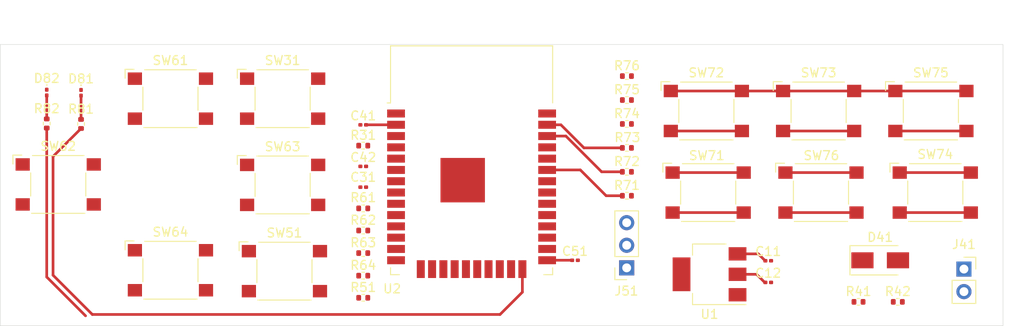
<source format=kicad_pcb>
(kicad_pcb (version 20211014) (generator pcbnew)
  (layers (0 "F.Cu" signal) (31 "B.Cu" signal) (34 "B.Paste" user) (35 "F.Paste" user) (36 "B.SilkS" user "B.Silkscreen") (37 "F.SilkS" user "F.Silkscreen") (38 "B.Mask" user) (39 "F.Mask" user) (44 "Edge.Cuts" user))
  (net 0 "")
  (net 1 "LED2")
  (net 2 "Net-(D82-Pad2)")
  (net 3 "LED1")
  (net 4 "Net-(D81-Pad2)")
  (net 5 "LT")
  (net 6 "GND")
  (net 7 "L2")
  (net 8 "L1")
  (net 9 "RT")
  (net 10 "R2")
  (net 11 "R1")
  (net 12 "3.3V")
  (net 13 "EN")
  (net 14 "BOOT")
  (net 15 "F")
  (net 16 "B")
  (net 17 "L")
  (net 18 "R")
  (net 23 "B+")
  (net 25 "L3")
  (net 39 "RX")
  (net 40 "TX")
  (net 41 "VIN")
  (net 42 "BMS")
  (footprint "Resistor_SMD:R_0402_1005Metric" (layer "F.Cu") (at 146.7104 68.7324)
    (fp_text reference "R74" (at 0 -1.17) (layer "F.SilkS"))
    (fp_text value "1K")
    (fp_line (start -0.153641 -0.38) (end 0.153641 -0.38) (layer "F.SilkS") (width 0.12))
    (fp_line (start -0.153641 0.38) (end 0.153641 0.38) (layer "F.SilkS") (width 0.12))
    (pad "1" smd roundrect (at -0.51 0) (size 0.54 0.64) (layers "F.Cu" "F.Paste" "F.Mask") (net 8 "L1"))
    (pad "2" smd roundrect (at 0.51 0) (size 0.54 0.64) (layers "F.Cu" "F.Paste" "F.Mask") (net 6 "GND"))
  )
  (footprint "Button_Switch_SMD:SW_SPST_Omron_B3FS-100xP" (layer "F.Cu") (at 108.1786 85.2932)
    (fp_text reference "SW51" (at 0 -4.3) (layer "F.SilkS"))
    (fp_text value "SW_Push")
    (fp_line (start 2.9 -3.25) (end -2.9 -3.25) (layer "F.SilkS") (width 0.12))
    (fp_line (start 3.1 -1.3) (end 3.1 1.3) (layer "F.SilkS") (width 0.12))
    (fp_line (start 3 3.25) (end -3 3.25) (layer "F.SilkS") (width 0.12))
    (fp_line (start -5.1 -2.3) (end -5.1 -3.3) (layer "F.SilkS") (width 0.12))
    (fp_line (start -3.1 -1.3) (end -3.1 1.3) (layer "F.SilkS") (width 0.12))
    (fp_line (start -5.1 -3.3) (end -4.1 -3.3) (layer "F.SilkS") (width 0.12))
    (pad "1" smd rect (at 4 -2.25 180) (size 1.6 1.4) (layers "F.Cu" "F.Paste" "F.Mask") (net 6 "GND"))
    (pad "1" smd rect (at -4 -2.25 180) (size 1.6 1.4) (layers "F.Cu" "F.Paste" "F.Mask") (net 6 "GND"))
    (pad "2" smd rect (at -4 2.25 180) (size 1.6 1.4) (layers "F.Cu" "F.Paste" "F.Mask") (net 14 "BOOT"))
    (pad "2" smd rect (at 4 2.25 180) (size 1.6 1.4) (layers "F.Cu" "F.Paste" "F.Mask") (net 14 "BOOT"))
  )
  (footprint "Resistor_SMD:R_0402_1005Metric" (layer "F.Cu") (at 117.0432 78.232 180)
    (fp_text reference "R61" (at 0 1.2192) (layer "F.SilkS"))
    (fp_text value "1K")
    (fp_line (start -0.153641 0.38) (end 0.153641 0.38) (layer "F.SilkS") (width 0.12))
    (fp_line (start -0.153641 -0.38) (end 0.153641 -0.38) (layer "F.SilkS") (width 0.12))
    (pad "1" smd roundrect (at -0.51 0 180) (size 0.54 0.64) (layers "F.Cu" "F.Paste" "F.Mask") (net 15 "F"))
    (pad "2" smd roundrect (at 0.51 0 180) (size 0.54 0.64) (layers "F.Cu" "F.Paste" "F.Mask") (net 6 "GND"))
  )
  (footprint "Button_Switch_SMD:SW_SPST_Omron_B3FS-100xP" (layer "F.Cu") (at 155.6512 67.274)
    (fp_text reference "SW72" (at 0 -4.3) (layer "F.SilkS"))
    (fp_text value "SW_Push")
    (fp_line (start 2.9 -3.25) (end -2.9 -3.25) (layer "F.SilkS") (width 0.12))
    (fp_line (start -5.1 -2.3) (end -5.1 -3.3) (layer "F.SilkS") (width 0.12))
    (fp_line (start 3 3.25) (end -3 3.25) (layer "F.SilkS") (width 0.12))
    (fp_line (start -5.1 -3.3) (end -4.1 -3.3) (layer "F.SilkS") (width 0.12))
    (fp_line (start 3.1 -1.3) (end 3.1 1.3) (layer "F.SilkS") (width 0.12))
    (fp_line (start -3.1 -1.3) (end -3.1 1.3) (layer "F.SilkS") (width 0.12))
    (pad "1" smd rect (at 4 -2.25 180) (size 1.6 1.4) (layers "F.Cu" "F.Paste" "F.Mask") (net 12 "3.3V"))
    (pad "1" smd rect (at -4 -2.25 180) (size 1.6 1.4) (layers "F.Cu" "F.Paste" "F.Mask") (net 12 "3.3V"))
    (pad "2" smd rect (at 4 2.25 180) (size 1.6 1.4) (layers "F.Cu" "F.Paste" "F.Mask") (net 10 "R2"))
    (pad "2" smd rect (at -4 2.25 180) (size 1.6 1.4) (layers "F.Cu" "F.Paste" "F.Mask") (net 10 "R2"))
  )
  (footprint "LED_SMD:LED_0201_0603Metric" (layer "F.Cu") (at 81.4324 65.2007 -90)
    (fp_text reference "D82" (at -1.5991 0) (layer "F.SilkS"))
    (fp_text value "LED")
    (fp_circle (center -0.86 0) (end -0.81 0) (layer "F.SilkS") (width 0.1) (fill none))
    (pad "1" smd roundrect (at -0.32 0 270) (size 0.46 0.4) (layers "F.Cu" "F.Mask") (net 6 "GND"))
    (pad "2" smd roundrect (at 0.32 0 270) (size 0.46 0.4) (layers "F.Cu" "F.Mask") (net 2 "Net-(D82-Pad2)"))
  )
  (footprint "Capacitor_SMD:C_0201_0603Metric" (layer "F.Cu") (at 117.0432 75.8444)
    (fp_text reference "C31" (at 0 -1.1176) (layer "F.SilkS"))
    (fp_text value "1uF")
    (pad "1" smd roundrect (at -0.32 0) (size 0.46 0.4) (layers "F.Cu" "F.Mask") (net 6 "GND"))
    (pad "2" smd roundrect (at 0.32 0) (size 0.46 0.4) (layers "F.Cu" "F.Mask") (net 13 "EN"))
  )
  (footprint "Capacitor_SMD:C_0201_0603Metric" (layer "F.Cu") (at 162.6108 84.1248)
    (fp_text reference "C11" (at 0 -1.05) (layer "F.SilkS"))
    (fp_text value "10uF")
    (pad "1" smd roundrect (at -0.32 0) (size 0.46 0.4) (layers "F.Cu" "F.Mask") (net 41 "VIN"))
    (pad "2" smd roundrect (at 0.32 0) (size 0.46 0.4) (layers "F.Cu" "F.Mask") (net 6 "GND"))
  )
  (footprint "Capacitor_SMD:C_0201_0603Metric" (layer "F.Cu") (at 140.8684 84.074 180)
    (fp_text reference "C51" (at 0 1.016) (layer "F.SilkS"))
    (fp_text value "1uF")
    (pad "1" smd roundrect (at -0.32 0 180) (size 0.46 0.4) (layers "F.Cu" "F.Mask") (net 6 "GND"))
    (pad "2" smd roundrect (at 0.32 0 180) (size 0.46 0.4) (layers "F.Cu" "F.Mask") (net 14 "BOOT"))
  )
  (footprint "Button_Switch_SMD:SW_SPST_Omron_B3FS-100xP" (layer "F.Cu") (at 181.4068 76.454)
    (fp_text reference "SW74" (at 0 -4.3) (layer "F.SilkS"))
    (fp_text value "SW_Push")
    (fp_line (start -3.1 -1.3) (end -3.1 1.3) (layer "F.SilkS") (width 0.12))
    (fp_line (start -5.1 -3.3) (end -4.1 -3.3) (layer "F.SilkS") (width 0.12))
    (fp_line (start 3.1 -1.3) (end 3.1 1.3) (layer "F.SilkS") (width 0.12))
    (fp_line (start -5.1 -2.3) (end -5.1 -3.3) (layer "F.SilkS") (width 0.12))
    (fp_line (start 2.9 -3.25) (end -2.9 -3.25) (layer "F.SilkS") (width 0.12))
    (fp_line (start 3 3.25) (end -3 3.25) (layer "F.SilkS") (width 0.12))
    (pad "1" smd rect (at -4 -2.25 180) (size 1.6 1.4) (layers "F.Cu" "F.Paste" "F.Mask") (net 12 "3.3V"))
    (pad "1" smd rect (at 4 -2.25 180) (size 1.6 1.4) (layers "F.Cu" "F.Paste" "F.Mask") (net 12 "3.3V"))
    (pad "2" smd rect (at -4 2.25 180) (size 1.6 1.4) (layers "F.Cu" "F.Paste" "F.Mask") (net 8 "L1"))
    (pad "2" smd rect (at 4 2.25 180) (size 1.6 1.4) (layers "F.Cu" "F.Paste" "F.Mask") (net 8 "L1"))
  )
  (footprint "Capacitor_SMD:C_0201_0603Metric" (layer "F.Cu") (at 162.6108 86.5632)
    (fp_text reference "C12" (at 0 -1.05) (layer "F.SilkS"))
    (fp_text value "10uF")
    (pad "1" smd roundrect (at -0.32 0) (size 0.46 0.4) (layers "F.Cu" "F.Mask") (net 12 "3.3V"))
    (pad "2" smd roundrect (at 0.32 0) (size 0.46 0.4) (layers "F.Cu" "F.Mask") (net 6 "GND"))
  )
  (footprint "Button_Switch_SMD:SW_SPST_Omron_B3FS-100xP" (layer "F.Cu") (at 95.3516 65.8876)
    (fp_text reference "SW61" (at 0 -4.3) (layer "F.SilkS"))
    (fp_text value "SW_Push")
    (fp_line (start -3.1 -1.3) (end -3.1 1.3) (layer "F.SilkS") (width 0.12))
    (fp_line (start 3 3.25) (end -3 3.25) (layer "F.SilkS") (width 0.12))
    (fp_line (start 2.9 -3.25) (end -2.9 -3.25) (layer "F.SilkS") (width 0.12))
    (fp_line (start 3.1 -1.3) (end 3.1 1.3) (layer "F.SilkS") (width 0.12))
    (fp_line (start -5.1 -2.3) (end -5.1 -3.3) (layer "F.SilkS") (width 0.12))
    (fp_line (start -5.1 -3.3) (end -4.1 -3.3) (layer "F.SilkS") (width 0.12))
    (pad "1" smd rect (at -4 -2.25 180) (size 1.6 1.4) (layers "F.Cu" "F.Paste" "F.Mask") (net 12 "3.3V"))
    (pad "1" smd rect (at 4 -2.25 180) (size 1.6 1.4) (layers "F.Cu" "F.Paste" "F.Mask") (net 12 "3.3V"))
    (pad "2" smd rect (at 4 2.25 180) (size 1.6 1.4) (layers "F.Cu" "F.Paste" "F.Mask") (net 15 "F"))
    (pad "2" smd rect (at -4 2.25 180) (size 1.6 1.4) (layers "F.Cu" "F.Paste" "F.Mask") (net 15 "F"))
  )
  (footprint "RF_Module:ESP32-WROOM-32" (layer "F.Cu") (at 129.2352 75.8112)
    (fp_text reference "U2" (at -8.9408 11.4632 180) (layer "F.SilkS"))
    (fp_text value "ESP32-WROOM-32")
    (fp_line (start -9.12 -15.865) (end 9.12 -15.865) (layer "F.SilkS") (width 0.12))
    (fp_line (start 9.12 9.1) (end 9.12 9.88) (layer "F.SilkS") (width 0.12))
    (fp_line (start -9.12 -9.445) (end -9.5 -9.445) (layer "F.SilkS") (width 0.12))
    (fp_line (start -9.12 9.1) (end -9.12 9.88) (layer "F.SilkS") (width 0.12))
    (fp_line (start -9.12 -15.865) (end -9.12 -9.445) (layer "F.SilkS") (width 0.12))
    (fp_line (start 9.12 9.88) (end 8.12 9.88) (layer "F.SilkS") (width 0.12))
    (fp_line (start -9.12 9.88) (end -8.12 9.88) (layer "F.SilkS") (width 0.12))
    (fp_line (start 9.12 -15.865) (end 9.12 -9.445) (layer "F.SilkS") (width 0.12))
    (pad "1" smd rect (at -8.5 -8.255) (size 2 0.9) (layers "F.Cu" "F.Paste" "F.Mask") (net 6 "GND"))
    (pad "2" smd rect (at -8.5 -6.985) (size 2 0.9) (layers "F.Cu" "F.Paste" "F.Mask") (net 12 "3.3V"))
    (pad "3" smd rect (at -8.5 -5.715) (size 2 0.9) (layers "F.Cu" "F.Paste" "F.Mask") (net 13 "EN"))
    (pad "4" smd rect (at -8.5 -4.445) (size 2 0.9) (layers "F.Cu" "F.Paste" "F.Mask"))
    (pad "5" smd rect (at -8.5 -3.175) (size 2 0.9) (layers "F.Cu" "F.Paste" "F.Mask"))
    (pad "6" smd rect (at -8.5 -1.905) (size 2 0.9) (layers "F.Cu" "F.Paste" "F.Mask"))
    (pad "7" smd rect (at -8.5 -0.635) (size 2 0.9) (layers "F.Cu" "F.Paste" "F.Mask"))
    (pad "8" smd rect (at -8.5 0.635) (size 2 0.9) (layers "F.Cu" "F.Paste" "F.Mask") (net 23 "B+"))
    (pad "9" smd rect (at -8.5 1.905) (size 2 0.9) (layers "F.Cu" "F.Paste" "F.Mask"))
    (pad "10" smd rect (at -8.5 3.175) (size 2 0.9) (layers "F.Cu" "F.Paste" "F.Mask") (net 8 "L1"))
    (pad "11" smd rect (at -8.5 4.445) (size 2 0.9) (layers "F.Cu" "F.Paste" "F.Mask") (net 7 "L2"))
    (pad "12" smd rect (at -8.5 5.715) (size 2 0.9) (layers "F.Cu" "F.Paste" "F.Mask") (net 25 "L3"))
    (pad "13" smd rect (at -8.5 6.985) (size 2 0.9) (layers "F.Cu" "F.Paste" "F.Mask"))
    (pad "14" smd rect (at -8.5 8.255) (size 2 0.9) (layers "F.Cu" "F.Paste" "F.Mask"))
    (pad "15" smd rect (at -5.715 9.255 90) (size 2 0.9) (layers "F.Cu" "F.Paste" "F.Mask") (net 6 "GND"))
    (pad "16" smd rect (at -4.445 9.255 90) (size 2 0.9) (layers "F.Cu" "F.Paste" "F.Mask"))
    (pad "17" smd rect (at -3.175 9.255 90) (size 2 0.9) (layers "F.Cu" "F.Paste" "F.Mask"))
    (pad "18" smd rect (at -1.905 9.255 90) (size 2 0.9) (layers "F.Cu" "F.Paste" "F.Mask"))
    (pad "19" smd rect (at -0.635 9.255 90) (size 2 0.9) (layers "F.Cu" "F.Paste" "F.Mask"))
    (pad "20" smd rect (at 0.635 9.255 90) (size 2 0.9) (layers "F.Cu" "F.Paste" "F.Mask"))
    (pad "21" smd rect (at 1.905 9.255 90) (size 2 0.9) (layers "F.Cu" "F.Paste" "F.Mask"))
    (pad "22" smd rect (at 3.175 9.255 90) (size 2 0.9) (layers "F.Cu" "F.Paste" "F.Mask"))
    (pad "23" smd rect (at 4.445 9.255 90) (size 2 0.9) (layers "F.Cu" "F.Paste" "F.Mask"))
    (pad "24" smd rect (at 5.715 9.255 90) (size 2 0.9) (layers "F.Cu" "F.Paste" "F.Mask") (net 3 "LED1"))
    (pad "25" smd rect (at 8.5 8.255) (size 2 0.9) (layers "F.Cu" "F.Paste" "F.Mask") (net 14 "BOOT"))
    (pad "26" smd rect (at 8.5 6.985) (size 2 0.9) (layers "F.Cu" "F.Paste" "F.Mask"))
    (pad "27" smd rect (at 8.5 5.715) (size 2 0.9) (layers "F.Cu" "F.Paste" "F.Mask") (net 15 "F"))
    (pad "28" smd rect (at 8.5 4.445) (size 2 0.9) (layers "F.Cu" "F.Paste" "F.Mask") (net 16 "B"))
    (pad "29" smd rect (at 8.5 3.175) (size 2 0.9) (layers "F.Cu" "F.Paste" "F.Mask"))
    (pad "30" smd rect (at 8.5 1.905) (size 2 0.9) (layers "F.Cu" "F.Paste" "F.Mask") (net 17 "L"))
    (pad "31" smd rect (at 8.5 0.635) (size 2 0.9) (layers "F.Cu" "F.Paste" "F.Mask") (net 18 "R"))
    (pad "32" smd rect (at 8.5 -0.635) (size 2 0.9) (layers "F.Cu" "F.Paste" "F.Mask"))
    (pad "33" smd rect (at 8.5 -1.905) (size 2 0.9) (layers "F.Cu" "F.Paste" "F.Mask") (net 11 "R1"))
    (pad "34" smd rect (at 8.5 -3.175) (size 2 0.9) (layers "F.Cu" "F.Paste" "F.Mask") (net 39 "RX"))
    (pad "35" smd rect (at 8.5 -4.445) (size 2 0.9) (layers "F.Cu" "F.Paste" "F.Mask") (net 40 "TX"))
    (pad "36" smd rect (at 8.5 -5.715) (size 2 0.9) (layers "F.Cu" "F.Paste" "F.Mask") (net 10 "R2"))
    (pad "37" smd rect (at 8.5 -6.985) (size 2 0.9) (layers "F.Cu" "F.Paste" "F.Mask") (net 9 "RT"))
    (pad "38" smd rect (at 8.5 -8.255) (size 2 0.9) (layers "F.Cu" "F.Paste" "F.Mask") (net 6 "GND"))
    (pad "39" smd rect (at -1 -0.755) (size 5 5) (layers "F.Cu" "F.Paste" "F.Mask") (net 6 "GND"))
  )
  (footprint "Resistor_SMD:R_0402_1005Metric" (layer "F.Cu") (at 146.7104 71.4248)
    (fp_text reference "R73" (at 0.0508 -1.1684 180) (layer "F.SilkS"))
    (fp_text value "1K")
    (fp_line (start -0.153641 0.38) (end 0.153641 0.38) (layer "F.SilkS") (width 0.12))
    (fp_line (start -0.153641 -0.38) (end 0.153641 -0.38) (layer "F.SilkS") (width 0.12))
    (pad "1" smd roundrect (at -0.51 0) (size 0.54 0.64) (layers "F.Cu" "F.Paste" "F.Mask") (net 9 "RT"))
    (pad "2" smd roundrect (at 0.51 0) (size 0.54 0.64) (layers "F.Cu" "F.Paste" "F.Mask") (net 6 "GND"))
  )
  (footprint "Resistor_SMD:R_0402_1005Metric" (layer "F.Cu") (at 85.2932 68.7324 90)
    (fp_text reference "R81" (at 1.6764 0 180) (layer "F.SilkS"))
    (fp_text value "205")
    (fp_line (start -0.153641 -0.38) (end 0.153641 -0.38) (layer "F.SilkS") (width 0.12))
    (fp_line (start -0.153641 0.38) (end 0.153641 0.38) (layer "F.SilkS") (width 0.12))
    (pad "1" smd roundrect (at -0.51 0 90) (size 0.54 0.64) (layers "F.Cu" "F.Paste" "F.Mask") (net 3 "LED1"))
    (pad "2" smd roundrect (at 0.51 0 90) (size 0.54 0.64) (layers "F.Cu" "F.Paste" "F.Mask") (net 4 "Net-(D81-Pad2)"))
  )
  (footprint "Button_Switch_SMD:SW_SPST_Omron_B3FS-100xP" (layer "F.Cu") (at 155.8544 76.454)
    (fp_text reference "SW71" (at -0.1524 -4.1656) (layer "F.SilkS"))
    (fp_text value "SW_Push")
    (fp_line (start 3.1 -1.3) (end 3.1 1.3) (layer "F.SilkS") (width 0.12))
    (fp_line (start 3 3.25) (end -3 3.25) (layer "F.SilkS") (width 0.12))
    (fp_line (start -5.1 -3.3) (end -4.1 -3.3) (layer "F.SilkS") (width 0.12))
    (fp_line (start -5.1 -2.3) (end -5.1 -3.3) (layer "F.SilkS") (width 0.12))
    (fp_line (start 2.9 -3.25) (end -2.9 -3.25) (layer "F.SilkS") (width 0.12))
    (fp_line (start -3.1 -1.3) (end -3.1 1.3) (layer "F.SilkS") (width 0.12))
    (pad "1" smd rect (at -4 -2.25 180) (size 1.6 1.4) (layers "F.Cu" "F.Paste" "F.Mask") (net 12 "3.3V"))
    (pad "1" smd rect (at 4 -2.25 180) (size 1.6 1.4) (layers "F.Cu" "F.Paste" "F.Mask") (net 12 "3.3V"))
    (pad "2" smd rect (at -4 2.25 180) (size 1.6 1.4) (layers "F.Cu" "F.Paste" "F.Mask") (net 11 "R1"))
    (pad "2" smd rect (at 4 2.25 180) (size 1.6 1.4) (layers "F.Cu" "F.Paste" "F.Mask") (net 11 "R1"))
  )
  (footprint "Diode_SMD:D_SMA" (layer "F.Cu") (at 175.2092 84.074)
    (fp_text reference "D41" (at 0 -2.5908) (layer "F.SilkS"))
    (fp_text value "SS34")
    (fp_line (start -3.4 -1.65) (end 2 -1.65) (layer "F.SilkS") (width 0.12))
    (fp_line (start -3.4 1.65) (end 2 1.65) (layer "F.SilkS") (width 0.12))
    (fp_line (start -3.4 -1.65) (end -3.4 1.65) (layer "F.SilkS") (width 0.12))
    (pad "1" smd rect (at -2 0) (size 2.5 1.8) (layers "F.Cu" "F.Paste" "F.Mask") (net 41 "VIN"))
    (pad "2" smd rect (at 2 0) (size 2.5 1.8) (layers "F.Cu" "F.Paste" "F.Mask") (net 42 "BMS"))
  )
  (footprint "Resistor_SMD:R_0402_1005Metric" (layer "F.Cu") (at 117.0432 80.7212 180)
    (fp_text reference "R62" (at 0 1.1684) (layer "F.SilkS"))
    (fp_text value "1K")
    (fp_line (start -0.153641 0.38) (end 0.153641 0.38) (layer "F.SilkS") (width 0.12))
    (fp_line (start -0.153641 -0.38) (end 0.153641 -0.38) (layer "F.SilkS") (width 0.12))
    (pad "1" smd roundrect (at -0.51 0 180) (size 0.54 0.64) (layers "F.Cu" "F.Paste" "F.Mask") (net 16 "B"))
    (pad "2" smd roundrect (at 0.51 0 180) (size 0.54 0.64) (layers "F.Cu" "F.Paste" "F.Mask") (net 6 "GND"))
  )
  (footprint "Resistor_SMD:R_0402_1005Metric" (layer "F.Cu") (at 146.7104 66.04)
    (fp_text reference "R75" (at 0 -1.17) (layer "F.SilkS"))
    (fp_text value "1K")
    (fp_line (start -0.153641 0.38) (end 0.153641 0.38) (layer "F.SilkS") (width 0.12))
    (fp_line (start -0.153641 -0.38) (end 0.153641 -0.38) (layer "F.SilkS") (width 0.12))
    (pad "1" smd roundrect (at -0.51 0) (size 0.54 0.64) (layers "F.Cu" "F.Paste" "F.Mask") (net 7 "L2"))
    (pad "2" smd roundrect (at 0.51 0) (size 0.54 0.64) (layers "F.Cu" "F.Paste" "F.Mask") (net 6 "GND"))
  )
  (footprint "Resistor_SMD:R_0402_1005Metric" (layer "F.Cu") (at 117.0432 71.1708)
    (fp_text reference "R31" (at 0 -1.17) (layer "F.SilkS"))
    (fp_text value "1K")
    (fp_line (start -0.153641 -0.38) (end 0.153641 -0.38) (layer "F.SilkS") (width 0.12))
    (fp_line (start -0.153641 0.38) (end 0.153641 0.38) (layer "F.SilkS") (width 0.12))
    (pad "1" smd roundrect (at -0.51 0) (size 0.54 0.64) (layers "F.Cu" "F.Paste" "F.Mask") (net 12 "3.3V"))
    (pad "2" smd roundrect (at 0.51 0) (size 0.54 0.64) (layers "F.Cu" "F.Paste" "F.Mask") (net 13 "EN"))
  )
  (footprint "Package_TO_SOT_SMD:SOT-223-3_TabPin2" (layer "F.Cu") (at 156.0068 85.6488 180)
    (fp_text reference "U1" (at 0 -4.5) (layer "F.SilkS"))
    (fp_text value "AMS1117-3.3")
    (fp_line (start -1.85 3.41) (end 1.91 3.41) (layer "F.SilkS") (width 0.12))
    (fp_line (start -4.1 -3.41) (end 1.91 -3.41) (layer "F.SilkS") (width 0.12))
    (fp_line (start 1.91 -3.41) (end 1.91 -2.15) (layer "F.SilkS") (width 0.12))
    (fp_line (start 1.91 3.41) (end 1.91 2.15) (layer "F.SilkS") (width 0.12))
    (pad "1" smd rect (at -3.15 -2.3 180) (size 2 1.5) (layers "F.Cu" "F.Paste" "F.Mask") (net 6 "GND"))
    (pad "2" smd rect (at -3.15 0 180) (size 2 1.5) (layers "F.Cu" "F.Paste" "F.Mask") (net 12 "3.3V"))
    (pad "2" smd rect (at 3.15 0 180) (size 2 3.8) (layers "F.Cu" "F.Paste" "F.Mask") (net 12 "3.3V"))
    (pad "3" smd rect (at -3.15 2.3 180) (size 2 1.5) (layers "F.Cu" "F.Paste" "F.Mask") (net 41 "VIN"))
  )
  (footprint "Connector_PinSocket_2.54mm:PinSocket_1x03_P2.54mm_Vertical" (layer "F.Cu") (at 146.6854 84.9226 180)
    (fp_text reference "J51" (at 0.0258 -2.6058) (layer "F.SilkS"))
    (fp_text value "Conn_01x03_Male")
    (fp_line (start 1.33 -1.33) (end 1.33 0) (layer "F.SilkS") (width 0.12))
    (fp_line (start -1.33 1.27) (end -1.33 6.41) (layer "F.SilkS") (width 0.12))
    (fp_line (start 1.33 1.27) (end 1.33 6.41) (layer "F.SilkS") (width 0.12))
    (fp_line (start -1.33 6.41) (end 1.33 6.41) (layer "F.SilkS") (width 0.12))
    (fp_line (start 0 -1.33) (end 1.33 -1.33) (layer "F.SilkS") (width 0.12))
    (fp_line (start -1.33 1.27) (end 1.33 1.27) (layer "F.SilkS") (width 0.12))
    (pad "1" thru_hole rect (at 0 0 180) (size 1.7 1.7) (drill 1) (layers *.Cu *.Mask) (net 39 "RX"))
    (pad "2" thru_hole oval (at 0 2.54 180) (size 1.7 1.7) (drill 1) (layers *.Cu *.Mask) (net 40 "TX"))
    (pad "3" thru_hole oval (at 0 5.08 180) (size 1.7 1.7) (drill 1) (layers *.Cu *.Mask) (net 6 "GND"))
  )
  (footprint "Capacitor_SMD:C_0201_0603Metric" (layer "F.Cu") (at 117.0432 68.834 180)
    (fp_text reference "C41" (at 0 1.016 180) (layer "F.SilkS"))
    (fp_text value "10uF")
    (pad "1" smd roundrect (at -0.32 0 180) (size 0.46 0.4) (layers "F.Cu" "F.Mask") (net 12 "3.3V"))
    (pad "2" smd roundrect (at 0.32 0 180) (size 0.46 0.4) (layers "F.Cu" "F.Mask") (net 6 "GND"))
  )
  (footprint "Button_Switch_SMD:SW_SPST_Omron_B3FS-100xP" (layer "F.Cu") (at 180.912 67.274)
    (fp_text reference "SW75" (at 0 -4.3) (layer "F.SilkS"))
    (fp_text value "SW_Push")
    (fp_line (start -5.1 -3.3) (end -4.1 -3.3) (layer "F.SilkS") (width 0.12))
    (fp_line (start -5.1 -2.3) (end -5.1 -3.3) (layer "F.SilkS") (width 0.12))
    (fp_line (start -3.1 -1.3) (end -3.1 1.3) (layer "F.SilkS") (width 0.12))
    (fp_line (start 2.9 -3.25) (end -2.9 -3.25) (layer "F.SilkS") (width 0.12))
    (fp_line (start 3 3.25) (end -3 3.25) (layer "F.SilkS") (width 0.12))
    (fp_line (start 3.1 -1.3) (end 3.1 1.3) (layer "F.SilkS") (width 0.12))
    (pad "1" smd rect (at 4 -2.25 180) (size 1.6 1.4) (layers "F.Cu" "F.Paste" "F.Mask") (net 12 "3.3V"))
    (pad "1" smd rect (at -4 -2.25 180) (size 1.6 1.4) (layers "F.Cu" "F.Paste" "F.Mask") (net 12 "3.3V"))
    (pad "2" smd rect (at 4 2.25 180) (size 1.6 1.4) (layers "F.Cu" "F.Paste" "F.Mask") (net 7 "L2"))
    (pad "2" smd rect (at -4 2.25 180) (size 1.6 1.4) (layers "F.Cu" "F.Paste" "F.Mask") (net 7 "L2"))
  )
  (footprint "Button_Switch_SMD:SW_SPST_Omron_B3FS-100xP" (layer "F.Cu") (at 107.9754 65.8876)
    (fp_text reference "SW31" (at 0 -4.3) (layer "F.SilkS"))
    (fp_text value "SW_Push")
    (fp_line (start -3.1 -1.3) (end -3.1 1.3) (layer "F.SilkS") (width 0.12))
    (fp_line (start 3 3.25) (end -3 3.25) (layer "F.SilkS") (width 0.12))
    (fp_line (start -5.1 -2.3) (end -5.1 -3.3) (layer "F.SilkS") (width 0.12))
    (fp_line (start 3.1 -1.3) (end 3.1 1.3) (layer "F.SilkS") (width 0.12))
    (fp_line (start -5.1 -3.3) (end -4.1 -3.3) (layer "F.SilkS") (width 0.12))
    (fp_line (start 2.9 -3.25) (end -2.9 -3.25) (layer "F.SilkS") (width 0.12))
    (pad "1" smd rect (at -4 -2.25 180) (size 1.6 1.4) (layers "F.Cu" "F.Paste" "F.Mask") (net 6 "GND"))
    (pad "1" smd rect (at 4 -2.25 180) (size 1.6 1.4) (layers "F.Cu" "F.Paste" "F.Mask") (net 6 "GND"))
    (pad "2" smd rect (at -4 2.25 180) (size 1.6 1.4) (layers "F.Cu" "F.Paste" "F.Mask") (net 13 "EN"))
    (pad "2" smd rect (at 4 2.25 180) (size 1.6 1.4) (layers "F.Cu" "F.Paste" "F.Mask") (net 13 "EN"))
  )
  (footprint "Resistor_SMD:R_0402_1005Metric" (layer "F.Cu") (at 146.7104 63.3476)
    (fp_text reference "R76" (at 0 -1.17) (layer "F.SilkS"))
    (fp_text value "1K")
    (fp_line (start -0.153641 -0.38) (end 0.153641 -0.38) (layer "F.SilkS") (width 0.12))
    (fp_line (start -0.153641 0.38) (end 0.153641 0.38) (layer "F.SilkS") (width 0.12))
    (pad "1" smd roundrect (at -0.51 0) (size 0.54 0.64) (layers "F.Cu" "F.Paste" "F.Mask") (net 5 "LT"))
    (pad "2" smd roundrect (at 0.51 0) (size 0.54 0.64) (layers "F.Cu" "F.Paste" "F.Mask") (net 6 "GND"))
  )
  (footprint "Resistor_SMD:R_0402_1005Metric" (layer "F.Cu") (at 117.0432 85.8012 180)
    (fp_text reference "R64" (at 0 1.1684) (layer "F.SilkS"))
    (fp_text value "1K")
    (fp_line (start -0.153641 -0.38) (end 0.153641 -0.38) (layer "F.SilkS") (width 0.12))
    (fp_line (start -0.153641 0.38) (end 0.153641 0.38) (layer "F.SilkS") (width 0.12))
    (pad "1" smd roundrect (at -0.51 0 180) (size 0.54 0.64) (layers "F.Cu" "F.Paste" "F.Mask") (net 18 "R"))
    (pad "2" smd roundrect (at 0.51 0 180) (size 0.54 0.64) (layers "F.Cu" "F.Paste" "F.Mask") (net 6 "GND"))
  )
  (footprint "Resistor_SMD:R_0402_1005Metric" (layer "F.Cu") (at 172.7708 88.7476)
    (fp_text reference "R41" (at 0 -1.17) (layer "F.SilkS"))
    (fp_text value "20K")
    (fp_line (start -0.153641 -0.38) (end 0.153641 -0.38) (layer "F.SilkS") (width 0.12))
    (fp_line (start -0.153641 0.38) (end 0.153641 0.38) (layer "F.SilkS") (width 0.12))
    (pad "1" smd roundrect (at -0.51 0) (size 0.54 0.64) (layers "F.Cu" "F.Paste" "F.Mask") (net 42 "BMS"))
    (pad "2" smd roundrect (at 0.51 0) (size 0.54 0.64) (layers "F.Cu" "F.Paste" "F.Mask") (net 23 "B+"))
  )
  (footprint "Resistor_SMD:R_0402_1005Metric" (layer "F.Cu") (at 177.1904 88.7476)
    (fp_text reference "R42" (at 0 -1.17) (layer "F.SilkS"))
    (fp_text value "1K")
    (fp_line (start -0.153641 -0.38) (end 0.153641 -0.38) (layer "F.SilkS") (width 0.12))
    (fp_line (start -0.153641 0.38) (end 0.153641 0.38) (layer "F.SilkS") (width 0.12))
    (pad "1" smd roundrect (at -0.51 0) (size 0.54 0.64) (layers "F.Cu" "F.Paste" "F.Mask") (net 23 "B+"))
    (pad "2" smd roundrect (at 0.51 0) (size 0.54 0.64) (layers "F.Cu" "F.Paste" "F.Mask") (net 6 "GND"))
  )
  (footprint "Connector_PinSocket_2.54mm:PinSocket_1x02_P2.54mm_Vertical" (layer "F.Cu") (at 184.6322 85.0592)
    (fp_text reference "J41" (at 0 -2.77) (layer "F.SilkS"))
    (fp_text value "Conn_01x02_Male")
    (fp_line (start 0 -1.33) (end 1.33 -1.33) (layer "F.SilkS") (width 0.12))
    (fp_line (start -1.33 1.27) (end -1.33 3.87) (layer "F.SilkS") (width 0.12))
    (fp_line (start -1.33 3.87) (end 1.33 3.87) (layer "F.SilkS") (width 0.12))
    (fp_line (start 1.33 -1.33) (end 1.33 0) (layer "F.SilkS") (width 0.12))
    (fp_line (start 1.33 1.27) (end 1.33 3.87) (layer "F.SilkS") (width 0.12))
    (fp_line (start -1.33 1.27) (end 1.33 1.27) (layer "F.SilkS") (width 0.12))
    (pad "1" thru_hole rect (at 0 0) (size 1.7 1.7) (drill 1) (layers *.Cu *.Mask) (net 42 "BMS"))
    (pad "2" thru_hole oval (at 0 2.54) (size 1.7 1.7) (drill 1) (layers *.Cu *.Mask) (net 6 "GND"))
  )
  (footprint "Resistor_SMD:R_0402_1005Metric" (layer "F.Cu") (at 146.7104 76.8096)
    (fp_text reference "R71" (at 0 -1.17) (layer "F.SilkS"))
    (fp_text value "1K")
    (fp_line (start -0.153641 -0.38) (end 0.153641 -0.38) (layer "F.SilkS") (width 0.12))
    (fp_line (start -0.153641 0.38) (end 0.153641 0.38) (layer "F.SilkS") (width 0.12))
    (pad "1" smd roundrect (at -0.51 0) (size 0.54 0.64) (layers "F.Cu" "F.Paste" "F.Mask") (net 11 "R1"))
    (pad "2" smd roundrect (at 0.51 0) (size 0.54 0.64) (layers "F.Cu" "F.Paste" "F.Mask") (net 6 "GND"))
  )
  (footprint "Resistor_SMD:R_0402_1005Metric" (layer "F.Cu") (at 146.7104 74.1172)
    (fp_text reference "R72" (at 0 -1.17) (layer "F.SilkS"))
    (fp_text value "1K")
    (fp_line (start -0.153641 -0.38) (end 0.153641 -0.38) (layer "F.SilkS") (width 0.12))
    (fp_line (start -0.153641 0.38) (end 0.153641 0.38) (layer "F.SilkS") (width 0.12))
    (pad "1" smd roundrect (at -0.51 0) (size 0.54 0.64) (layers "F.Cu" "F.Paste" "F.Mask") (net 10 "R2"))
    (pad "2" smd roundrect (at 0.51 0) (size 0.54 0.64) (layers "F.Cu" "F.Paste" "F.Mask") (net 6 "GND"))
  )
  (footprint "Resistor_SMD:R_0402_1005Metric" (layer "F.Cu") (at 117.0432 88.2904)
    (fp_text reference "R51" (at 0 -1.17) (layer "F.SilkS"))
    (fp_text value "1K")
    (fp_line (start -0.153641 -0.38) (end 0.153641 -0.38) (layer "F.SilkS") (width 0.12))
    (fp_line (start -0.153641 0.38) (end 0.153641 0.38) (layer "F.SilkS") (width 0.12))
    (pad "1" smd roundrect (at -0.51 0) (size 0.54 0.64) (layers "F.Cu" "F.Paste" "F.Mask") (net 12 "3.3V"))
    (pad "2" smd roundrect (at 0.51 0) (size 0.54 0.64) (layers "F.Cu" "F.Paste" "F.Mask") (net 14 "BOOT"))
  )
  (footprint "Button_Switch_SMD:SW_SPST_Omron_B3FS-100xP" (layer "F.Cu") (at 168.2816 67.274)
    (fp_text reference "SW73" (at 0 -4.3) (layer "F.SilkS"))
    (fp_text value "SW_Push")
    (fp_line (start -5.1 -2.3) (end -5.1 -3.3) (layer "F.SilkS") (width 0.12))
    (fp_line (start 3.1 -1.3) (end 3.1 1.3) (layer "F.SilkS") (width 0.12))
    (fp_line (start 3 3.25) (end -3 3.25) (layer "F.SilkS") (width 0.12))
    (fp_line (start -5.1 -3.3) (end -4.1 -3.3) (layer "F.SilkS") (width 0.12))
    (fp_line (start -3.1 -1.3) (end -3.1 1.3) (layer "F.SilkS") (width 0.12))
    (fp_line (start 2.9 -3.25) (end -2.9 -3.25) (layer "F.SilkS") (width 0.12))
    (pad "1" smd rect (at -4 -2.25 180) (size 1.6 1.4) (layers "F.Cu" "F.Paste" "F.Mask") (net 12 "3.3V"))
    (pad "1" smd rect (at 4 -2.25 180) (size 1.6 1.4) (layers "F.Cu" "F.Paste" "F.Mask") (net 12 "3.3V"))
    (pad "2" smd rect (at 4 2.25 180) (size 1.6 1.4) (layers "F.Cu" "F.Paste" "F.Mask") (net 9 "RT"))
    (pad "2" smd rect (at -4 2.25 180) (size 1.6 1.4) (layers "F.Cu" "F.Paste" "F.Mask") (net 9 "RT"))
  )
  (footprint "Resistor_SMD:R_0402_1005Metric" (layer "F.Cu") (at 117.0432 83.2612 180)
    (fp_text reference "R63" (at 0 1.1684) (layer "F.SilkS"))
    (fp_text value "1K")
    (fp_line (start -0.153641 -0.38) (end 0.153641 -0.38) (layer "F.SilkS") (width 0.12))
    (fp_line (start -0.153641 0.38) (end 0.153641 0.38) (layer "F.SilkS") (width 0.12))
    (pad "1" smd roundrect (at -0.51 0 180) (size 0.54 0.64) (layers "F.Cu" "F.Paste" "F.Mask") (net 17 "L"))
    (pad "2" smd roundrect (at 0.51 0 180) (size 0.54 0.64) (layers "F.Cu" "F.Paste" "F.Mask") (net 6 "GND"))
  )
  (footprint "Resistor_SMD:R_0402_1005Metric" (layer "F.Cu") (at 81.4324 68.6816 90)
    (fp_text reference "R82" (at 1.6764 0 180) (layer "F.SilkS"))
    (fp_text value "205")
    (fp_line (start -0.153641 0.38) (end 0.153641 0.38) (layer "F.SilkS") (width 0.12))
    (fp_line (start -0.153641 -0.38) (end 0.153641 -0.38) (layer "F.SilkS") (width 0.12))
    (pad "1" smd roundrect (at -0.51 0 90) (size 0.54 0.64) (layers "F.Cu" "F.Paste" "F.Mask") (net 1 "LED2"))
    (pad "2" smd roundrect (at 0.51 0 90) (size 0.54 0.64) (layers "F.Cu" "F.Paste" "F.Mask") (net 2 "Net-(D82-Pad2)"))
  )
  (footprint "LED_SMD:LED_0201_0603Metric" (layer "F.Cu") (at 85.2932 65.2272 -90)
    (fp_text reference "D81" (at -1.5748 0) (layer "F.SilkS"))
    (fp_text value "LED")
    (fp_circle (center -0.86 0) (end -0.81 0) (layer "F.SilkS") (width 0.1) (fill none))
    (pad "1" smd roundrect (at -0.32 0 270) (size 0.46 0.4) (layers "F.Cu" "F.Mask") (net 6 "GND"))
    (pad "2" smd roundrect (at 0.32 0 270) (size 0.46 0.4) (layers "F.Cu" "F.Mask") (net 4 "Net-(D81-Pad2)"))
  )
  (footprint "Button_Switch_SMD:SW_SPST_Omron_B3FS-100xP" (layer "F.Cu") (at 82.7278 75.5396)
    (fp_text reference "SW62" (at 0 -4.3) (layer "F.SilkS"))
    (fp_text value "SW_Push")
    (fp_line (start 3 3.25) (end -3 3.25) (layer "F.SilkS") (width 0.12))
    (fp_line (start 2.9 -3.25) (end -2.9 -3.25) (layer "F.SilkS") (width 0.12))
    (fp_line (start 3.1 -1.3) (end 3.1 1.3) (layer "F.SilkS") (width 0.12))
    (fp_line (start -3.1 -1.3) (end -3.1 1.3) (layer "F.SilkS") (width 0.12))
    (fp_line (start -5.1 -3.3) (end -4.1 -3.3) (layer "F.SilkS") (width 0.12))
    (fp_line (start -5.1 -2.3) (end -5.1 -3.3) (layer "F.SilkS") (width 0.12))
    (pad "1" smd rect (at -4 -2.25 180) (size 1.6 1.4) (layers "F.Cu" "F.Paste" "F.Mask") (net 12 "3.3V"))
    (pad "1" smd rect (at 4 -2.25 180) (size 1.6 1.4) (layers "F.Cu" "F.Paste" "F.Mask") (net 12 "3.3V"))
    (pad "2" smd rect (at 4 2.25 180) (size 1.6 1.4) (layers "F.Cu" "F.Paste" "F.Mask") (net 16 "B"))
    (pad "2" smd rect (at -4 2.25 180) (size 1.6 1.4) (layers "F.Cu" "F.Paste" "F.Mask") (net 16 "B"))
  )
  (footprint "Button_Switch_SMD:SW_SPST_Omron_B3FS-100xP" (layer "F.Cu") (at 107.9754 75.5904)
    (fp_text reference "SW63" (at 0 -4.3) (layer "F.SilkS"))
    (fp_text value "SW_Push")
    (fp_line (start -3.1 -1.3) (end -3.1 1.3) (layer "F.SilkS") (width 0.12))
    (fp_line (start -5.1 -2.3) (end -5.1 -3.3) (layer "F.SilkS") (width 0.12))
    (fp_line (start 3 3.25) (end -3 3.25) (layer "F.SilkS") (width 0.12))
    (fp_line (start -5.1 -3.3) (end -4.1 -3.3) (layer "F.SilkS") (width 0.12))
    (fp_line (start 3.1 -1.3) (end 3.1 1.3) (layer "F.SilkS") (width 0.12))
    (fp_line (start 2.9 -3.25) (end -2.9 -3.25) (layer "F.SilkS") (width 0.12))
    (pad "1" smd rect (at -4 -2.25 180) (size 1.6 1.4) (layers "F.Cu" "F.Paste" "F.Mask") (net 12 "3.3V"))
    (pad "1" smd rect (at 4 -2.25 180) (size 1.6 1.4) (layers "F.Cu" "F.Paste" "F.Mask") (net 12 "3.3V"))
    (pad "2" smd rect (at 4 2.25 180) (size 1.6 1.4) (layers "F.Cu" "F.Paste" "F.Mask") (net 17 "L"))
    (pad "2" smd rect (at -4 2.25 180) (size 1.6 1.4) (layers "F.Cu" "F.Paste" "F.Mask") (net 17 "L"))
  )
  (footprint "Button_Switch_SMD:SW_SPST_Omron_B3FS-100xP" (layer "F.Cu") (at 168.5456 76.454)
    (fp_text reference "SW76" (at 0.0508 -4.1656) (layer "F.SilkS"))
    (fp_text value "SW_Push")
    (fp_line (start 3.1 -1.3) (end 3.1 1.3) (layer "F.SilkS") (width 0.12))
    (fp_line (start 3 3.25) (end -3 3.25) (layer "F.SilkS") (width 0.12))
    (fp_line (start -5.1 -2.3) (end -5.1 -3.3) (layer "F.SilkS") (width 0.12))
    (fp_line (start 2.9 -3.25) (end -2.9 -3.25) (layer "F.SilkS") (width 0.12))
    (fp_line (start -3.1 -1.3) (end -3.1 1.3) (layer "F.SilkS") (width 0.12))
    (fp_line (start -5.1 -3.3) (end -4.1 -3.3) (layer "F.SilkS") (width 0.12))
    (pad "1" smd rect (at -4 -2.25 180) (size 1.6 1.4) (layers "F.Cu" "F.Paste" "F.Mask") (net 12 "3.3V"))
    (pad "1" smd rect (at 4 -2.25 180) (size 1.6 1.4) (layers "F.Cu" "F.Paste" "F.Mask") (net 12 "3.3V"))
    (pad "2" smd rect (at -4 2.25 180) (size 1.6 1.4) (layers "F.Cu" "F.Paste" "F.Mask") (net 5 "LT"))
    (pad "2" smd rect (at 4 2.25 180) (size 1.6 1.4) (layers "F.Cu" "F.Paste" "F.Mask") (net 5 "LT"))
  )
  (footprint "Button_Switch_SMD:SW_SPST_Omron_B3FS-100xP" (layer "F.Cu") (at 95.3516 85.1916)
    (fp_text reference "SW64" (at 0 -4.3) (layer "F.SilkS"))
    (fp_text value "SW_Push")
    (fp_line (start 3.1 -1.3) (end 3.1 1.3) (layer "F.SilkS") (width 0.12))
    (fp_line (start 3 3.25) (end -3 3.25) (layer "F.SilkS") (width 0.12))
    (fp_line (start 2.9 -3.25) (end -2.9 -3.25) (layer "F.SilkS") (width 0.12))
    (fp_line (start -5.1 -2.3) (end -5.1 -3.3) (layer "F.SilkS") (width 0.12))
    (fp_line (start -5.1 -3.3) (end -4.1 -3.3) (layer "F.SilkS") (width 0.12))
    (fp_line (start -3.1 -1.3) (end -3.1 1.3) (layer "F.SilkS") (width 0.12))
    (pad "1" smd rect (at -4 -2.25 180) (size 1.6 1.4) (layers "F.Cu" "F.Paste" "F.Mask") (net 12 "3.3V"))
    (pad "1" smd rect (at 4 -2.25 180) (size 1.6 1.4) (layers "F.Cu" "F.Paste" "F.Mask") (net 12 "3.3V"))
    (pad "2" smd rect (at -4 2.25 180) (size 1.6 1.4) (layers "F.Cu" "F.Paste" "F.Mask") (net 18 "R"))
    (pad "2" smd rect (at 4 2.25 180) (size 1.6 1.4) (layers "F.Cu" "F.Paste" "F.Mask") (net 18 "R"))
  )
  (footprint "Capacitor_SMD:C_0201_0603Metric" (layer "F.Cu") (at 117.0432 73.5076)
    (fp_text reference "C42" (at 0.002 -1.016) (layer "F.SilkS"))
    (fp_text value "0.1uF")
    (pad "1" smd roundrect (at -0.32 0) (size 0.46 0.4) (layers "F.Cu" "F.Mask") (net 12 "3.3V"))
    (pad "2" smd roundrect (at 0.32 0) (size 0.46 0.4) (layers "F.Cu" "F.Mask") (net 6 "GND"))
  )
  (gr_rect (start 76.2 59.7916) (end 189.0268 91.44) (layer "Edge.Cuts") (width 0.05) (fill none))
  (segment (start 81.4324 69.1916) (end 81.4324 85.9536) (width 0.3) (layer "F.Cu") (net 1))
  (segment (start 81.4324 85.9536) (end 85.8012 90.3224) (width 0.3) (layer "F.Cu") (net 1))
  (segment (start 81.4324 65.5207) (end 81.4324 68.1716) (width 0.3) (layer "F.Cu") (net 2))
  (segment (start 85.2932 69.2424) (end 82.1436 72.392) (width 0.3) (layer "F.Cu") (net 3))
  (segment (start 132.4356 90.17) (end 134.9502 87.6554) (width 0.3) (layer "F.Cu") (net 3))
  (segment (start 82.1436 72.392) (end 82.1436 85.7504) (width 0.3) (layer "F.Cu") (net 3))
  (segment (start 134.9502 87.6554) (end 134.9502 85.0662) (width 0.3) (layer "F.Cu") (net 3))
  (segment (start 86.5632 90.17) (end 132.4356 90.17) (width 0.3) (layer "F.Cu") (net 3))
  (segment (start 82.1436 85.7504) (end 86.5632 90.17) (width 0.3) (layer "F.Cu") (net 3))
  (segment (start 85.2932 68.2224) (end 85.2932 65.5472) (width 0.3) (layer "F.Cu") (net 4))
  (segment (start 164.5456 78.704) (end 172.5456 78.704) (width 0.3) (layer "F.Cu") (net 5))
  (segment (start 176.912 69.524) (end 184.912 69.524) (width 0.3) (layer "F.Cu") (net 7))
  (segment (start 177.4068 78.704) (end 185.4068 78.704) (width 0.3) (layer "F.Cu") (net 8))
  (segment (start 141.880306 71.4248) (end 146.2004 71.4248) (width 0.3) (layer "F.Cu") (net 9))
  (segment (start 139.281706 68.8262) (end 141.880306 71.4248) (width 0.3) (layer "F.Cu") (net 9))
  (segment (start 172.2816 69.524) (end 164.2816 69.524) (width 0.3) (layer "F.Cu") (net 9))
  (segment (start 137.7352 68.8262) (end 139.281706 68.8262) (width 0.3) (layer "F.Cu") (net 9))
  (segment (start 137.7352 70.0962) (end 139.8446 70.0962) (width 0.3) (layer "F.Cu") (net 10))
  (segment (start 139.8446 70.0962) (end 143.8656 74.1172) (width 0.3) (layer "F.Cu") (net 10))
  (segment (start 143.8656 74.1172) (end 146.2004 74.1172) (width 0.3) (layer "F.Cu") (net 10))
  (segment (start 159.6512 69.524) (end 151.6512 69.524) (width 0.3) (layer "F.Cu") (net 10))
  (segment (start 144.3736 76.8096) (end 146.2004 76.8096) (width 0.3) (layer "F.Cu") (net 11))
  (segment (start 151.8544 78.704) (end 159.8544 78.704) (width 0.3) (layer "F.Cu") (net 11))
  (segment (start 137.7352 73.9062) (end 141.4702 73.9062) (width 0.3) (layer "F.Cu") (net 11))
  (segment (start 141.4702 73.9062) (end 144.3736 76.8096) (width 0.3) (layer "F.Cu") (net 11))
  (segment (start 176.912 65.024) (end 172.2816 65.024) (width 0.3) (layer "F.Cu") (net 12))
  (segment (start 151.6512 65.024) (end 159.6512 65.024) (width 0.3) (layer "F.Cu") (net 12))
  (segment (start 164.5456 74.204) (end 172.5456 74.204) (width 0.3) (layer "F.Cu") (net 12))
  (segment (start 117.3124 68.834) (end 117.3202 68.8262) (width 0.3) (layer "F.Cu") (net 12))
  (segment (start 161.3052 85.6488) (end 159.1568 85.6488) (width 0.3) (layer "F.Cu") (net 12))
  (segment (start 162.2044 86.548) (end 161.3052 85.6488) (width 0.3) (layer "F.Cu") (net 12))
  (segment (start 164.2816 65.024) (end 159.6512 65.024) (width 0.3) (layer "F.Cu") (net 12))
  (segment (start 159.8544 74.204) (end 151.8544 74.204) (width 0.3) (layer "F.Cu") (net 12))
  (segment (start 164.2816 65.024) (end 172.2816 65.024) (width 0.3) (layer "F.Cu") (net 12))
  (segment (start 176.912 65.024) (end 184.912 65.024) (width 0.3) (layer "F.Cu") (net 12))
  (segment (start 177.4068 74.204) (end 185.4068 74.204) (width 0.3) (layer "F.Cu") (net 12))
  (segment (start 117.3202 68.8262) (end 120.7352 68.8262) (width 0.3) (layer "F.Cu") (net 12))
  (segment (start 137.7352 84.0662) (end 140.5406 84.0662) (width 0.3) (layer "F.Cu") (net 14))
  (segment (start 140.5406 84.0662) (end 140.5484 84.074) (width 0.3) (layer "F.Cu") (net 14))
  (segment (start 138.519706 71.3662) (end 137.7352 71.3662) (width 0.3) (layer "F.Cu") (net 40))
  (segment (start 161.4944 83.3488) (end 162.2044 84.0588) (width 0.3) (layer "F.Cu") (net 41))
  (segment (start 159.1568 83.3488) (end 161.4944 83.3488) (width 0.3) (layer "F.Cu") (net 41))
)
</source>
